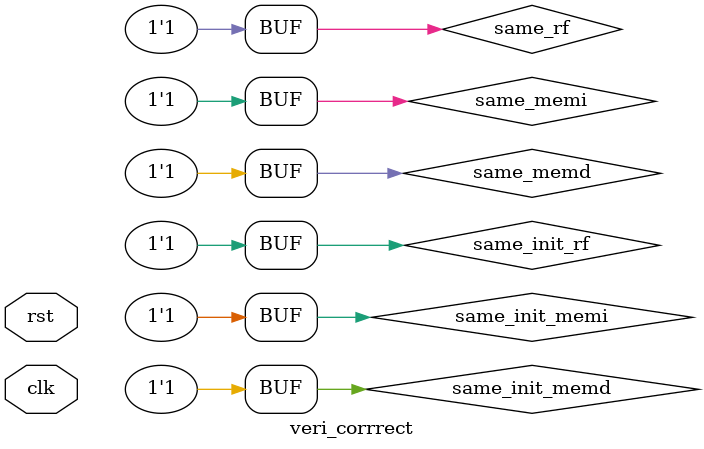
<source format=v>

`include "ISA/ISA.v"
`include "OOO.v"


module veri_corrrect(
  input clk,
  input rst
);

  // STEP: instantiate OOO and ISA
  OOO OOO(.clk(clk)                 , .rst(rst));
  ISA ISA(.clk(stall_ISA? 1'b0: clk), .rst(rst));


  // STEP: synchronized simulation
  reg       stall_ISA;
  reg [3:0] stalled_cycle;
  always @(posedge clk)
    if (rst) begin
      stall_ISA     <= 0;
      stalled_cycle <= 0;
    end
    else if (OOO.C_valid) begin
      stall_ISA     <= 0;
      stalled_cycle <= 0;
    end
    else begin
      stall_ISA     <= 1;
      stalled_cycle <= stalled_cycle + 1;
    end


  // STEP: same initial state
  reg init;
  always @(posedge clk)
    if (rst)
      init <= 1'b1;
    else
      init <= 1'b0;

  wire same_pc = OOO.C_pc_last==ISA.pc_last;
  wire same_init_pc = init? same_pc: 1'b1;

  wire same_rf = OOO.rf_instance.array[0]==ISA.rf[0]
              && OOO.rf_instance.array[1]==ISA.rf[1]
              && OOO.rf_instance.array[2]==ISA.rf[2]
              && OOO.rf_instance.array[3]==ISA.rf[3];
  wire same_init_rf = init? same_rf: 1'b1;

  wire same_memi = OOO.memi_instance.array[0]==ISA.memi[0]
                && OOO.memi_instance.array[1]==ISA.memi[1]
                && OOO.memi_instance.array[2]==ISA.memi[2]
                && OOO.memi_instance.array[3]==ISA.memi[3]
                && OOO.memi_instance.array[4]==ISA.memi[4]
                && OOO.memi_instance.array[5]==ISA.memi[5]
                && OOO.memi_instance.array[6]==ISA.memi[6]
                && OOO.memi_instance.array[7]==ISA.memi[7];
  wire same_init_memi = init? same_memi: 1'b1;

  wire same_memd = OOO.memd[0]==ISA.memd[0]
                && OOO.memd[1]==ISA.memd[1]
                && OOO.memd[2]==ISA.memd[2]
                && OOO.memd[3]==ISA.memd[3];
  wire same_init_memd = init? same_memd: 1'b1;

  wire same_init_state = same_init_pc   && same_init_rf
                      && same_init_memi && same_init_memd;


  // STEP: same pc and rf forever
  wire incorrect = !(same_pc && same_rf);


  // STEP: same pc and rf forever
  wire live = stalled_cycle < 10;

endmodule


</source>
